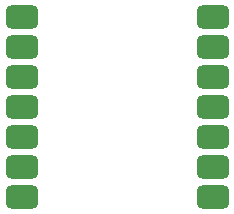
<source format=gbr>
%TF.GenerationSoftware,KiCad,Pcbnew,8.0.5*%
%TF.CreationDate,2024-10-22T00:00:33+02:00*%
%TF.ProjectId,retrooper_keyboard,72657472-6f6f-4706-9572-5f6b6579626f,rev?*%
%TF.SameCoordinates,Original*%
%TF.FileFunction,Paste,Top*%
%TF.FilePolarity,Positive*%
%FSLAX46Y46*%
G04 Gerber Fmt 4.6, Leading zero omitted, Abs format (unit mm)*
G04 Created by KiCad (PCBNEW 8.0.5) date 2024-10-22 00:00:33*
%MOMM*%
%LPD*%
G01*
G04 APERTURE LIST*
G04 Aperture macros list*
%AMRoundRect*
0 Rectangle with rounded corners*
0 $1 Rounding radius*
0 $2 $3 $4 $5 $6 $7 $8 $9 X,Y pos of 4 corners*
0 Add a 4 corners polygon primitive as box body*
4,1,4,$2,$3,$4,$5,$6,$7,$8,$9,$2,$3,0*
0 Add four circle primitives for the rounded corners*
1,1,$1+$1,$2,$3*
1,1,$1+$1,$4,$5*
1,1,$1+$1,$6,$7*
1,1,$1+$1,$8,$9*
0 Add four rect primitives between the rounded corners*
20,1,$1+$1,$2,$3,$4,$5,0*
20,1,$1+$1,$4,$5,$6,$7,0*
20,1,$1+$1,$6,$7,$8,$9,0*
20,1,$1+$1,$8,$9,$2,$3,0*%
G04 Aperture macros list end*
%ADD10RoundRect,0.500000X-0.875000X-0.500000X0.875000X-0.500000X0.875000X0.500000X-0.875000X0.500000X0*%
G04 APERTURE END LIST*
D10*
%TO.C,U2*%
X143165000Y-22530000D03*
X143165000Y-25070000D03*
X143165000Y-27610000D03*
X143165000Y-30150000D03*
X143165000Y-32690000D03*
X143165000Y-35230000D03*
X143165000Y-37770000D03*
X159330000Y-37770000D03*
X159330000Y-35230000D03*
X159330000Y-32690000D03*
X159330000Y-30150000D03*
X159330000Y-27610000D03*
X159330000Y-25070000D03*
X159330000Y-22530000D03*
%TD*%
M02*

</source>
